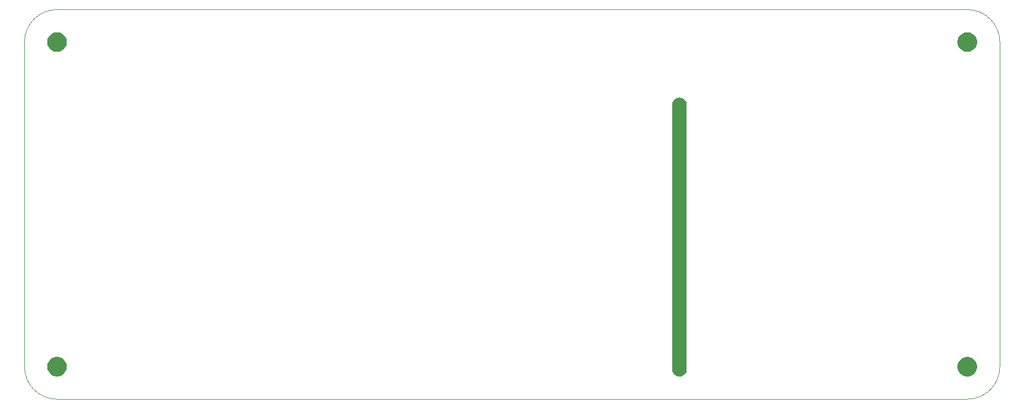
<source format=gbr>
%TF.GenerationSoftware,Altium Limited,Altium Designer,21.6.4 (81)*%
G04 Layer_Color=0*
%FSLAX43Y43*%
%MOMM*%
%TF.SameCoordinates,00D99F87-3ADF-4980-A611-A04F0DE90361*%
%TF.FilePolarity,Positive*%
%TF.FileFunction,Profile,NP*%
%TF.Part,Single*%
G01*
G75*
%TA.AperFunction,Profile*%
%ADD105C,0.025*%
G36*
X143500Y55000D02*
Y54852D01*
X143558Y54562D01*
X143671Y54289D01*
X143835Y54044D01*
X144044Y53835D01*
X144289Y53671D01*
X144562Y53558D01*
X144852Y53500D01*
X145000D01*
X145148D01*
X145438Y53558D01*
X145711Y53671D01*
X145956Y53835D01*
X146165Y54044D01*
X146329Y54289D01*
X146442Y54562D01*
X146500Y54852D01*
Y55000D01*
Y55148D01*
X146442Y55438D01*
X146329Y55711D01*
X146165Y55956D01*
X145956Y56165D01*
X145711Y56329D01*
X145438Y56442D01*
X145148Y56500D01*
X145000D01*
X144852D01*
X144562Y56442D01*
X144289Y56329D01*
X144044Y56165D01*
X143835Y55956D01*
X143671Y55711D01*
X143558Y55438D01*
X143500Y55148D01*
Y55000D01*
D01*
D02*
G37*
G36*
Y5000D02*
Y4852D01*
X143558Y4562D01*
X143671Y4289D01*
X143835Y4044D01*
X144044Y3835D01*
X144289Y3671D01*
X144562Y3558D01*
X144852Y3500D01*
X145000D01*
X145148D01*
X145438Y3558D01*
X145711Y3671D01*
X145956Y3835D01*
X146165Y4044D01*
X146329Y4289D01*
X146442Y4562D01*
X146500Y4852D01*
Y5000D01*
Y5148D01*
X146442Y5438D01*
X146329Y5711D01*
X146165Y5956D01*
X145956Y6165D01*
X145711Y6329D01*
X145438Y6442D01*
X145148Y6500D01*
X145000D01*
X144852D01*
X144562Y6442D01*
X144289Y6329D01*
X144044Y6165D01*
X143835Y5956D01*
X143671Y5711D01*
X143558Y5438D01*
X143500Y5148D01*
Y5000D01*
D01*
D02*
G37*
G36*
X99598Y4589D02*
X99597Y4593D01*
X99595Y4602D01*
X99594Y4610D01*
X99593Y4619D01*
Y4623D01*
D01*
X99593Y45475D01*
Y45486D01*
X99597Y45507D01*
X99604Y45527D01*
X99615Y45546D01*
X99621Y45554D01*
X99649Y45690D01*
X99770Y45940D01*
X99947Y46153D01*
X100171Y46317D01*
X100428Y46421D01*
X100702Y46461D01*
X100978Y46432D01*
X101239Y46338D01*
X101469Y46183D01*
X101655Y45977D01*
X101785Y45733D01*
X101852Y45464D01*
Y45325D01*
X101852Y45325D01*
Y45325D01*
Y45325D01*
Y45324D01*
Y45324D01*
D01*
X101852Y4618D01*
Y4471D01*
X101777Y4186D01*
X101631Y3931D01*
X101424Y3721D01*
X101170Y3572D01*
X100887Y3493D01*
X100592Y3489D01*
X100307Y3561D01*
X100049Y3703D01*
X99837Y3908D01*
X99685Y4159D01*
X99602Y4442D01*
X99598Y4589D01*
D01*
D02*
G37*
G36*
X3500Y55000D02*
Y54852D01*
X3558Y54562D01*
X3671Y54289D01*
X3835Y54044D01*
X4044Y53835D01*
X4289Y53671D01*
X4562Y53558D01*
X4852Y53500D01*
X5000D01*
X5148D01*
X5438Y53558D01*
X5711Y53671D01*
X5956Y53835D01*
X6165Y54044D01*
X6329Y54289D01*
X6442Y54562D01*
X6500Y54852D01*
Y55000D01*
Y55148D01*
X6442Y55438D01*
X6329Y55711D01*
X6165Y55956D01*
X5956Y56165D01*
X5711Y56329D01*
X5438Y56442D01*
X5148Y56500D01*
X5000D01*
X4852D01*
X4562Y56442D01*
X4289Y56329D01*
X4044Y56165D01*
X3835Y55956D01*
X3671Y55711D01*
X3558Y55438D01*
X3500Y55148D01*
Y55000D01*
D01*
D02*
G37*
G36*
Y5000D02*
Y4852D01*
X3558Y4562D01*
X3671Y4289D01*
X3835Y4044D01*
X4044Y3835D01*
X4289Y3671D01*
X4562Y3558D01*
X4852Y3500D01*
X5000D01*
X5148D01*
X5438Y3558D01*
X5711Y3671D01*
X5956Y3835D01*
X6165Y4044D01*
X6329Y4289D01*
X6442Y4562D01*
X6500Y4852D01*
Y5000D01*
Y5148D01*
X6442Y5438D01*
X6329Y5711D01*
X6165Y5956D01*
X5956Y6165D01*
X5711Y6329D01*
X5438Y6442D01*
X5148Y6500D01*
X5000D01*
X4852D01*
X4562Y6442D01*
X4289Y6329D01*
X4044Y6165D01*
X3835Y5956D01*
X3671Y5711D01*
X3558Y5438D01*
X3500Y5148D01*
Y5000D01*
D01*
D02*
G37*
D105*
X0D02*
G03*
X5000Y0I5000J-0D01*
G01*
X145000Y0D01*
D02*
G03*
X150000Y5000I0J5000D01*
G01*
Y55000D01*
D02*
G03*
X145000Y60000I-5000J0D01*
G01*
X5000Y60000D01*
D02*
G03*
X0Y55000I-0J-5000D01*
G01*
Y5000D01*
%TF.MD5,d232bb709301cbde845abfaf27389370*%
M02*

</source>
